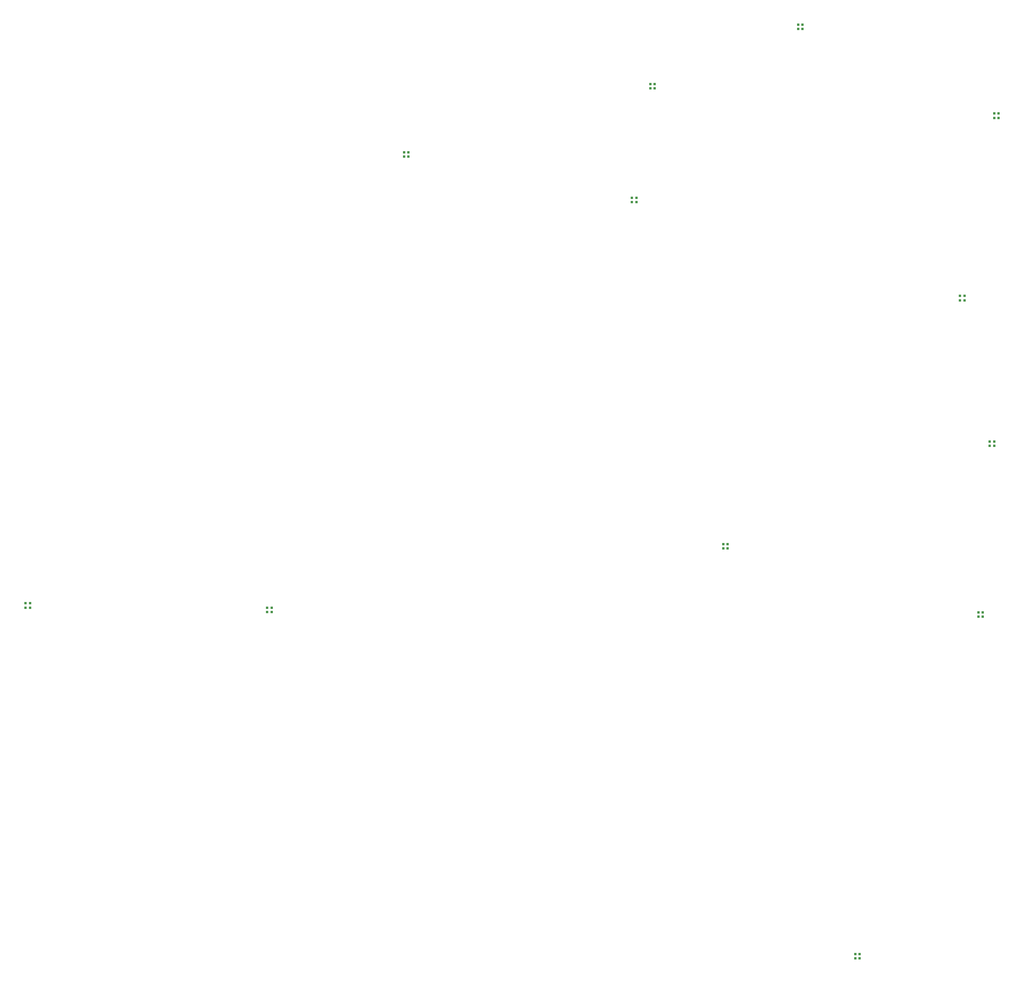
<source format=gtp>
%TF.GenerationSoftware,KiCad,Pcbnew,(6.0.4)*%
%TF.CreationDate,2022-05-26T23:50:18-07:00*%
%TF.ProjectId,bot_L,626f745f-4c2e-46b6-9963-61645f706362,rev?*%
%TF.SameCoordinates,Original*%
%TF.FileFunction,Paste,Top*%
%TF.FilePolarity,Positive*%
%FSLAX46Y46*%
G04 Gerber Fmt 4.6, Leading zero omitted, Abs format (unit mm)*
G04 Created by KiCad (PCBNEW (6.0.4)) date 2022-05-26 23:50:18*
%MOMM*%
%LPD*%
G01*
G04 APERTURE LIST*
%ADD10R,0.550000X0.550000*%
G04 APERTURE END LIST*
D10*
%TO.C,D6*%
X147525000Y-50475000D03*
X148475000Y-50475000D03*
X148475000Y-49525000D03*
X147525000Y-49525000D03*
%TD*%
%TO.C,D12*%
X234000000Y-22450000D03*
X234950000Y-22450000D03*
X234950000Y-21500000D03*
X234000000Y-21500000D03*
%TD*%
%TO.C,D7*%
X197525000Y-60475000D03*
X198475000Y-60475000D03*
X198475000Y-59525000D03*
X197525000Y-59525000D03*
%TD*%
%TO.C,D11*%
X276025000Y-113975000D03*
X276975000Y-113975000D03*
X276975000Y-113025000D03*
X276025000Y-113025000D03*
%TD*%
%TO.C,D9*%
X277000000Y-41950000D03*
X277950000Y-41950000D03*
X277950000Y-41000000D03*
X277000000Y-41000000D03*
%TD*%
%TO.C,D4*%
X117525000Y-150475000D03*
X118475000Y-150475000D03*
X118475000Y-149525000D03*
X117525000Y-149525000D03*
%TD*%
%TO.C,D5*%
X64525000Y-149475000D03*
X65475000Y-149475000D03*
X65475000Y-148525000D03*
X64525000Y-148525000D03*
%TD*%
%TO.C,D1*%
X273525000Y-151475000D03*
X274475000Y-151475000D03*
X274475000Y-150525000D03*
X273525000Y-150525000D03*
%TD*%
%TO.C,D2*%
X246525000Y-226475000D03*
X247475000Y-226475000D03*
X247475000Y-225525000D03*
X246525000Y-225525000D03*
%TD*%
%TO.C,D8*%
X201525000Y-35475000D03*
X202475000Y-35475000D03*
X202475000Y-34525000D03*
X201525000Y-34525000D03*
%TD*%
%TO.C,D3*%
X217525000Y-136475000D03*
X218475000Y-136475000D03*
X218475000Y-135525000D03*
X217525000Y-135525000D03*
%TD*%
%TO.C,D10*%
X269500000Y-82000000D03*
X270450000Y-82000000D03*
X270450000Y-81050000D03*
X269500000Y-81050000D03*
%TD*%
M02*

</source>
